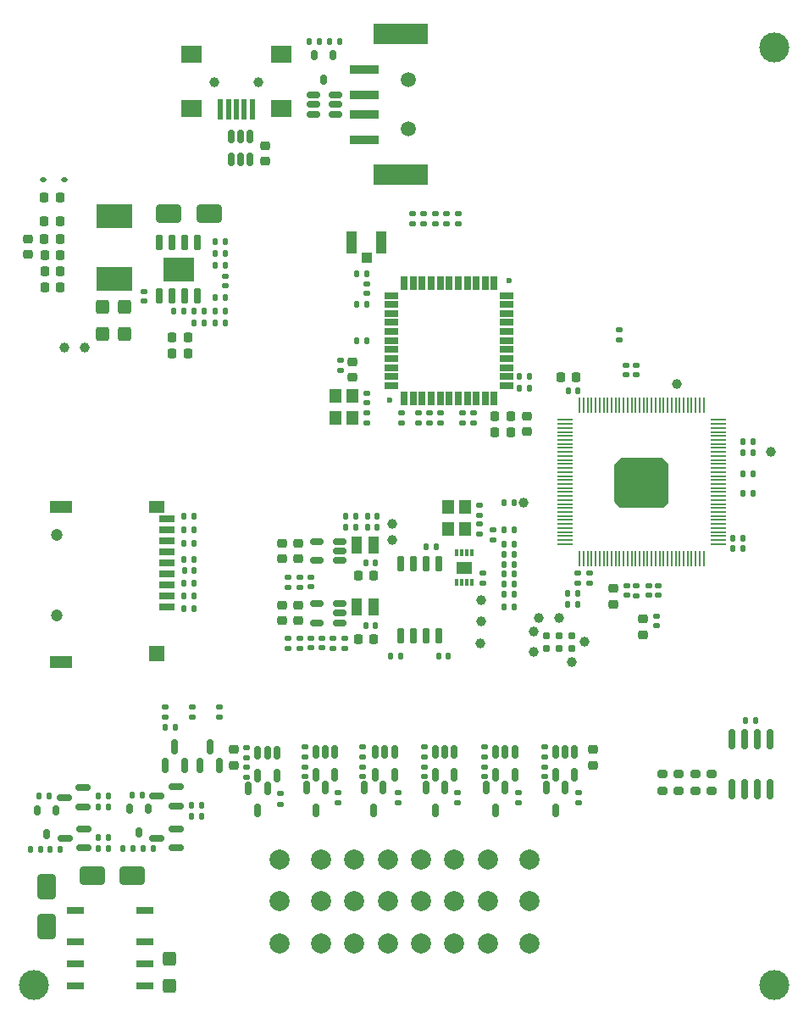
<source format=gbr>
%TF.GenerationSoftware,KiCad,Pcbnew,8.0.1*%
%TF.CreationDate,2024-03-23T09:32:29-06:00*%
%TF.ProjectId,underglow3,756e6465-7267-46c6-9f77-332e6b696361,rev?*%
%TF.SameCoordinates,Original*%
%TF.FileFunction,Soldermask,Top*%
%TF.FilePolarity,Negative*%
%FSLAX46Y46*%
G04 Gerber Fmt 4.6, Leading zero omitted, Abs format (unit mm)*
G04 Created by KiCad (PCBNEW 8.0.1) date 2024-03-23 09:32:29*
%MOMM*%
%LPD*%
G01*
G04 APERTURE LIST*
G04 Aperture macros list*
%AMRoundRect*
0 Rectangle with rounded corners*
0 $1 Rounding radius*
0 $2 $3 $4 $5 $6 $7 $8 $9 X,Y pos of 4 corners*
0 Add a 4 corners polygon primitive as box body*
4,1,4,$2,$3,$4,$5,$6,$7,$8,$9,$2,$3,0*
0 Add four circle primitives for the rounded corners*
1,1,$1+$1,$2,$3*
1,1,$1+$1,$4,$5*
1,1,$1+$1,$6,$7*
1,1,$1+$1,$8,$9*
0 Add four rect primitives between the rounded corners*
20,1,$1+$1,$2,$3,$4,$5,0*
20,1,$1+$1,$4,$5,$6,$7,0*
20,1,$1+$1,$6,$7,$8,$9,0*
20,1,$1+$1,$8,$9,$2,$3,0*%
G04 Aperture macros list end*
%ADD10C,1.000000*%
%ADD11C,1.200000*%
%ADD12R,1.600000X0.700000*%
%ADD13R,1.500000X1.200000*%
%ADD14R,2.200000X1.200000*%
%ADD15R,1.500000X1.600000*%
%ADD16RoundRect,0.135000X-0.135000X-0.185000X0.135000X-0.185000X0.135000X0.185000X-0.135000X0.185000X0*%
%ADD17C,1.500025*%
%ADD18R,3.000000X0.900000*%
%ADD19R,5.500000X2.050013*%
%ADD20RoundRect,0.140000X-0.140000X-0.170000X0.140000X-0.170000X0.140000X0.170000X-0.140000X0.170000X0*%
%ADD21RoundRect,0.150000X-0.150000X0.825000X-0.150000X-0.825000X0.150000X-0.825000X0.150000X0.825000X0*%
%ADD22RoundRect,0.135000X0.135000X0.185000X-0.135000X0.185000X-0.135000X-0.185000X0.135000X-0.185000X0*%
%ADD23RoundRect,0.150000X-0.150000X0.512500X-0.150000X-0.512500X0.150000X-0.512500X0.150000X0.512500X0*%
%ADD24RoundRect,0.140000X0.170000X-0.140000X0.170000X0.140000X-0.170000X0.140000X-0.170000X-0.140000X0*%
%ADD25RoundRect,0.250000X-0.650000X1.000000X-0.650000X-1.000000X0.650000X-1.000000X0.650000X1.000000X0*%
%ADD26RoundRect,0.225000X-0.250000X0.225000X-0.250000X-0.225000X0.250000X-0.225000X0.250000X0.225000X0*%
%ADD27RoundRect,0.150000X0.150000X-0.587500X0.150000X0.587500X-0.150000X0.587500X-0.150000X-0.587500X0*%
%ADD28RoundRect,0.150000X0.512500X0.150000X-0.512500X0.150000X-0.512500X-0.150000X0.512500X-0.150000X0*%
%ADD29RoundRect,0.135000X0.185000X-0.135000X0.185000X0.135000X-0.185000X0.135000X-0.185000X-0.135000X0*%
%ADD30RoundRect,0.140000X-0.170000X0.140000X-0.170000X-0.140000X0.170000X-0.140000X0.170000X0.140000X0*%
%ADD31RoundRect,0.218750X0.218750X0.256250X-0.218750X0.256250X-0.218750X-0.256250X0.218750X-0.256250X0*%
%ADD32RoundRect,0.135000X-0.185000X0.135000X-0.185000X-0.135000X0.185000X-0.135000X0.185000X0.135000X0*%
%ADD33RoundRect,0.140000X0.140000X0.170000X-0.140000X0.170000X-0.140000X-0.170000X0.140000X-0.170000X0*%
%ADD34RoundRect,0.200000X0.275000X-0.200000X0.275000X0.200000X-0.275000X0.200000X-0.275000X-0.200000X0*%
%ADD35RoundRect,0.150000X0.587500X0.150000X-0.587500X0.150000X-0.587500X-0.150000X0.587500X-0.150000X0*%
%ADD36RoundRect,0.225000X0.225000X0.250000X-0.225000X0.250000X-0.225000X-0.250000X0.225000X-0.250000X0*%
%ADD37RoundRect,0.062500X-0.675000X-0.062500X0.675000X-0.062500X0.675000X0.062500X-0.675000X0.062500X0*%
%ADD38RoundRect,0.062500X-0.062500X-0.675000X0.062500X-0.675000X0.062500X0.675000X-0.062500X0.675000X0*%
%ADD39RoundRect,0.381000X-0.762000X-0.381000X0.762000X-0.381000X0.762000X0.381000X-0.762000X0.381000X0*%
%ADD40RoundRect,0.225000X0.250000X-0.225000X0.250000X0.225000X-0.250000X0.225000X-0.250000X-0.225000X0*%
%ADD41RoundRect,0.218750X-0.218750X-0.256250X0.218750X-0.256250X0.218750X0.256250X-0.218750X0.256250X0*%
%ADD42C,3.000000*%
%ADD43RoundRect,0.225000X-0.225000X-0.250000X0.225000X-0.250000X0.225000X0.250000X-0.225000X0.250000X0*%
%ADD44RoundRect,0.175000X-0.175000X0.325000X-0.175000X-0.325000X0.175000X-0.325000X0.175000X0.325000X0*%
%ADD45RoundRect,0.150000X0.150000X-0.650000X0.150000X0.650000X-0.150000X0.650000X-0.150000X-0.650000X0*%
%ADD46R,3.100000X2.410000*%
%ADD47RoundRect,0.200000X-0.275000X0.200000X-0.275000X-0.200000X0.275000X-0.200000X0.275000X0.200000X0*%
%ADD48RoundRect,0.147500X-0.147500X-0.172500X0.147500X-0.172500X0.147500X0.172500X-0.147500X0.172500X0*%
%ADD49R,0.500000X2.000000*%
%ADD50R,2.000000X1.700000*%
%ADD51RoundRect,0.112500X-0.187500X-0.112500X0.187500X-0.112500X0.187500X0.112500X-0.187500X0.112500X0*%
%ADD52R,1.200000X1.400000*%
%ADD53RoundRect,0.250000X-1.000000X-0.650000X1.000000X-0.650000X1.000000X0.650000X-1.000000X0.650000X0*%
%ADD54R,1.800000X0.800000*%
%ADD55C,2.000000*%
%ADD56RoundRect,0.250000X-0.425000X0.450000X-0.425000X-0.450000X0.425000X-0.450000X0.425000X0.450000X0*%
%ADD57RoundRect,0.147500X-0.172500X0.147500X-0.172500X-0.147500X0.172500X-0.147500X0.172500X0.147500X0*%
%ADD58R,1.000000X1.050013*%
%ADD59R,1.050013X2.200000*%
%ADD60RoundRect,0.050000X-0.650000X-0.250000X0.650000X-0.250000X0.650000X0.250000X-0.650000X0.250000X0*%
%ADD61RoundRect,0.050000X0.250000X-0.650000X0.250000X0.650000X-0.250000X0.650000X-0.250000X-0.650000X0*%
%ADD62RoundRect,0.050000X0.650000X0.250000X-0.650000X0.250000X-0.650000X-0.250000X0.650000X-0.250000X0*%
%ADD63RoundRect,0.050000X-0.250000X0.650000X-0.250000X-0.650000X0.250000X-0.650000X0.250000X0.650000X0*%
%ADD64C,0.600000*%
%ADD65R,0.300000X0.750000*%
%ADD66R,1.500000X1.300000*%
%ADD67RoundRect,0.250000X0.425000X-0.450000X0.425000X0.450000X-0.425000X0.450000X-0.425000X-0.450000X0*%
%ADD68R,1.000000X1.720015*%
%ADD69C,0.990600*%
%ADD70C,0.787400*%
%ADD71RoundRect,0.150000X-0.150000X0.650000X-0.150000X-0.650000X0.150000X-0.650000X0.150000X0.650000X0*%
%ADD72R,3.620015X2.424003*%
G04 APERTURE END LIST*
D10*
%TO.C,TP202*%
X48900000Y48140000D03*
%TD*%
D11*
%TO.C,J203*%
X2263513Y44900026D03*
X2263513Y36900026D03*
D12*
X13263513Y37699873D03*
X13263513Y38799950D03*
X13263513Y39900026D03*
X13263513Y41000102D03*
X13263513Y42099924D03*
X13263513Y43200000D03*
X13263513Y44300077D03*
X13263513Y45399899D03*
X13263513Y46499975D03*
D13*
X12263513Y47700128D03*
D14*
X2663563Y47700128D03*
X2663563Y32200000D03*
D15*
X12263513Y33099924D03*
%TD*%
D10*
%TO.C,TP304*%
X35800000Y44400000D03*
%TD*%
%TO.C,TP303*%
X35800000Y46000000D03*
%TD*%
%TO.C,TP201*%
X64200000Y60000000D03*
%TD*%
D16*
%TO.C,R203*%
X35569798Y32800000D03*
X36589796Y32800000D03*
%TD*%
D17*
%TO.C,J302*%
X37375057Y85449911D03*
X37375057Y90350089D03*
D18*
X32975005Y84400127D03*
X32975006Y86900000D03*
X32975006Y88900000D03*
X32975005Y91399873D03*
D19*
X36624994Y80874854D03*
X36624994Y94925146D03*
%TD*%
D20*
%TO.C,C202*%
X40399795Y32800000D03*
X41359795Y32800000D03*
%TD*%
D16*
%TO.C,R428*%
X31145232Y45687519D03*
X32165230Y45687519D03*
%TD*%
D21*
%TO.C,U405*%
X73505000Y24475000D03*
X72235000Y24475000D03*
X70965000Y24475000D03*
X69695000Y24475000D03*
X69695000Y19525000D03*
X70965000Y19525000D03*
X72235000Y19525000D03*
X73505000Y19525000D03*
%TD*%
D22*
%TO.C,R330*%
X7421872Y13600627D03*
X6401874Y13600627D03*
%TD*%
D23*
%TO.C,Q309*%
X41030998Y19675000D03*
X39131000Y19675000D03*
X40080999Y17400000D03*
%TD*%
D24*
%TO.C,C402*%
X33200000Y58120000D03*
X33200000Y59080000D03*
%TD*%
D25*
%TO.C,D304*%
X1200000Y9800002D03*
X1200000Y5800000D03*
%TD*%
D26*
%TO.C,C213*%
X57900000Y39550051D03*
X57900000Y38000051D03*
%TD*%
D27*
%TO.C,Q312*%
X16588756Y21862500D03*
X18488756Y21862500D03*
X17538756Y23737501D03*
%TD*%
D28*
%TO.C,U403*%
X30537728Y36137524D03*
X30537728Y37087523D03*
X30537728Y38037522D03*
X28262728Y38037522D03*
X28262728Y36137524D03*
%TD*%
D29*
%TO.C,R419*%
X31000228Y33587522D03*
X31000228Y34607520D03*
%TD*%
D22*
%TO.C,C218*%
X47959794Y42992051D03*
X46939796Y42992051D03*
%TD*%
D20*
%TO.C,C205*%
X46969795Y45400051D03*
X47929795Y45400051D03*
%TD*%
D29*
%TO.C,R214*%
X54279975Y40090052D03*
X54279975Y41110050D03*
%TD*%
D30*
%TO.C,C319*%
X45011998Y21730000D03*
X45011998Y20770000D03*
%TD*%
D31*
%TO.C,L403*%
X47625000Y55200000D03*
X46049998Y55200000D03*
%TD*%
D29*
%TO.C,R455*%
X39509999Y56080002D03*
X39509999Y57100000D03*
%TD*%
D22*
%TO.C,R331*%
X7421873Y18800628D03*
X6401875Y18800628D03*
%TD*%
D30*
%TO.C,C211*%
X59200000Y39825051D03*
X59200000Y38865051D03*
%TD*%
D20*
%TO.C,C305*%
X18120000Y68649337D03*
X19080000Y68649337D03*
%TD*%
D29*
%TO.C,R453*%
X43909999Y56080002D03*
X43909999Y57100000D03*
%TD*%
D22*
%TO.C,R220*%
X15983536Y37550064D03*
X14963538Y37550064D03*
%TD*%
%TO.C,R315*%
X19109999Y73049337D03*
X18090001Y73049337D03*
%TD*%
D32*
%TO.C,R401*%
X41200000Y77019998D03*
X41200000Y76000000D03*
%TD*%
%TO.C,R207*%
X60200000Y39855050D03*
X60200000Y38835052D03*
%TD*%
D16*
%TO.C,R202*%
X14963538Y42450064D03*
X15983536Y42450064D03*
%TD*%
D10*
%TO.C,TP301*%
X3000000Y63596618D03*
%TD*%
D33*
%TO.C,C236*%
X54319975Y59300051D03*
X53359975Y59300051D03*
%TD*%
D20*
%TO.C,C201*%
X14993537Y41350064D03*
X15953537Y41350064D03*
%TD*%
D22*
%TO.C,R221*%
X15983536Y38820064D03*
X14963538Y38820064D03*
%TD*%
D34*
%TO.C,R311*%
X62800000Y19350000D03*
X62800000Y21000000D03*
%TD*%
D32*
%TO.C,R415*%
X25400228Y40709999D03*
X25400228Y39690001D03*
%TD*%
D26*
%TO.C,C416*%
X31800000Y62175000D03*
X31800000Y60625000D03*
%TD*%
D23*
%TO.C,U305*%
X48011996Y23207500D03*
X47061997Y23207500D03*
X46111998Y23207500D03*
X46111998Y20932500D03*
X48011996Y20932500D03*
%TD*%
D22*
%TO.C,R329*%
X7421873Y14650626D03*
X6401875Y14650626D03*
%TD*%
D30*
%TO.C,C413*%
X28754228Y34577521D03*
X28754228Y33617521D03*
%TD*%
D22*
%TO.C,R204*%
X15983536Y46750064D03*
X14963538Y46750064D03*
%TD*%
D30*
%TO.C,C321*%
X51013000Y21730000D03*
X51013000Y20770000D03*
%TD*%
D23*
%TO.C,U303*%
X21549999Y84737500D03*
X20600000Y84737500D03*
X19650001Y84737500D03*
X19650001Y82462500D03*
X20600000Y82462500D03*
X21549999Y82462500D03*
%TD*%
D35*
%TO.C,Q302*%
X14155003Y17850000D03*
X14155003Y19750000D03*
X12280002Y18800000D03*
%TD*%
D36*
%TO.C,C308*%
X2575000Y69649337D03*
X1025000Y69649337D03*
%TD*%
D24*
%TO.C,C215*%
X60149819Y60900052D03*
X60149819Y61860052D03*
%TD*%
D37*
%TO.C,U201*%
X53037500Y56400000D03*
X53037500Y56000000D03*
X53037500Y55600000D03*
X53037500Y55200000D03*
X53037500Y54800000D03*
X53037500Y54400000D03*
X53037500Y54000000D03*
X53037500Y53600000D03*
X53037500Y53200000D03*
X53037500Y52800000D03*
X53037500Y52400000D03*
X53037500Y52000000D03*
X53037500Y51600000D03*
X53037500Y51200000D03*
X53037500Y50800000D03*
X53037500Y50400000D03*
X53037500Y50000000D03*
X53037500Y49600000D03*
X53037500Y49200000D03*
X53037500Y48800000D03*
X53037500Y48400000D03*
X53037500Y48000000D03*
X53037500Y47600000D03*
X53037500Y47200000D03*
X53037500Y46800000D03*
X53037500Y46400000D03*
X53037500Y46000000D03*
X53037500Y45600000D03*
X53037500Y45200000D03*
X53037500Y44800000D03*
X53037500Y44400000D03*
X53037500Y44000000D03*
D38*
X54500000Y42537500D03*
X54900000Y42537500D03*
X55300000Y42537500D03*
X55700000Y42537500D03*
X56100000Y42537500D03*
X56500000Y42537500D03*
X56900000Y42537500D03*
X57300000Y42537500D03*
X57700000Y42537500D03*
X58100000Y42537500D03*
X58500000Y42537500D03*
X58900000Y42537500D03*
X59300000Y42537500D03*
X59700000Y42537500D03*
X60100000Y42537500D03*
X60500000Y42537500D03*
X60900000Y42537500D03*
X61300000Y42537500D03*
X61700000Y42537500D03*
X62100000Y42537500D03*
X62500000Y42537500D03*
X62900000Y42537500D03*
X63300000Y42537500D03*
X63700000Y42537500D03*
X64100000Y42537500D03*
X64500000Y42537500D03*
X64900000Y42537500D03*
X65300000Y42537500D03*
X65700000Y42537500D03*
X66100000Y42537500D03*
X66500000Y42537500D03*
X66900000Y42537500D03*
D37*
X68362500Y44000000D03*
X68362500Y44400000D03*
X68362500Y44800000D03*
X68362500Y45200000D03*
X68362500Y45600000D03*
X68362500Y46000000D03*
X68362500Y46400000D03*
X68362500Y46800000D03*
X68362500Y47200000D03*
X68362500Y47600000D03*
X68362500Y48000000D03*
X68362500Y48400000D03*
X68362500Y48800000D03*
X68362500Y49200000D03*
X68362500Y49600000D03*
X68362500Y50000000D03*
X68362500Y50400000D03*
X68362500Y50800000D03*
X68362500Y51200000D03*
X68362500Y51600000D03*
X68362500Y52000000D03*
X68362500Y52400000D03*
X68362500Y52800000D03*
X68362500Y53200000D03*
X68362500Y53600000D03*
X68362500Y54000000D03*
X68362500Y54400000D03*
X68362500Y54800000D03*
X68362500Y55200000D03*
X68362500Y55600000D03*
X68362500Y56000000D03*
X68362500Y56400000D03*
D38*
X66900000Y57862500D03*
X66500000Y57862500D03*
X66100000Y57862500D03*
X65700000Y57862500D03*
X65300000Y57862500D03*
X64900000Y57862500D03*
X64500000Y57862500D03*
X64100000Y57862500D03*
X63700000Y57862500D03*
X63300000Y57862500D03*
X62900000Y57862500D03*
X62500000Y57862500D03*
X62100000Y57862500D03*
X61700000Y57862500D03*
X61300000Y57862500D03*
X60900000Y57862500D03*
X60500000Y57862500D03*
X60100000Y57862500D03*
X59700000Y57862500D03*
X59300000Y57862500D03*
X58900000Y57862500D03*
X58500000Y57862500D03*
X58100000Y57862500D03*
X57700000Y57862500D03*
X57300000Y57862500D03*
X56900000Y57862500D03*
X56500000Y57862500D03*
X56100000Y57862500D03*
X55700000Y57862500D03*
X55300000Y57862500D03*
X54900000Y57862500D03*
X54500000Y57862500D03*
D39*
X60700000Y50200000D03*
%TD*%
D34*
%TO.C,R307*%
X66060000Y19350000D03*
X66060000Y21000000D03*
%TD*%
D32*
%TO.C,R436*%
X38980999Y23717499D03*
X38980999Y22697501D03*
%TD*%
D29*
%TO.C,R418*%
X29872228Y33587522D03*
X29872228Y34607520D03*
%TD*%
%TO.C,R411*%
X51013000Y22697501D03*
X51013000Y23717499D03*
%TD*%
D40*
%TO.C,C316*%
X55800000Y21925000D03*
X55800000Y23475000D03*
%TD*%
D26*
%TO.C,C409*%
X26400228Y37887522D03*
X26400228Y36337522D03*
%TD*%
D41*
%TO.C,FB302*%
X1012499Y76249337D03*
X2587501Y76249337D03*
%TD*%
D22*
%TO.C,R216*%
X71849793Y54200000D03*
X70829795Y54200000D03*
%TD*%
D42*
%TO.C,REF\u002A\u002A*%
X74000000Y0D03*
%TD*%
D10*
%TO.C,TP214*%
X44629795Y38400051D03*
%TD*%
D24*
%TO.C,C405*%
X27636228Y39720000D03*
X27636228Y40680000D03*
%TD*%
D43*
%TO.C,C415*%
X46050000Y56800000D03*
X47600000Y56800000D03*
%TD*%
D40*
%TO.C,C429*%
X49225000Y55225000D03*
X49225000Y56775000D03*
%TD*%
D22*
%TO.C,R320*%
X16700000Y17900001D03*
X15680002Y17900001D03*
%TD*%
D16*
%TO.C,R460*%
X32190001Y64325000D03*
X33209999Y64325000D03*
%TD*%
D44*
%TO.C,Q304*%
X11430002Y17600002D03*
X9530002Y17600002D03*
X10480002Y15200001D03*
%TD*%
D45*
%TO.C,U301*%
X12495001Y68799337D03*
X13765000Y68799337D03*
X15035000Y68799337D03*
X16304999Y68799337D03*
X16304999Y74099337D03*
X15035000Y74099337D03*
X13765000Y74099337D03*
X12495001Y74099337D03*
D46*
X14400000Y71449337D03*
%TD*%
D22*
%TO.C,R333*%
X1521873Y18800628D03*
X501875Y18800628D03*
%TD*%
D32*
%TO.C,R446*%
X13100000Y27692497D03*
X13100000Y26672499D03*
%TD*%
D26*
%TO.C,C228*%
X60850025Y36500051D03*
X60850025Y34950051D03*
%TD*%
D22*
%TO.C,R328*%
X2621872Y13500628D03*
X1601874Y13500628D03*
%TD*%
D44*
%TO.C,Q307*%
X29884593Y92800001D03*
X27984593Y92800001D03*
X28934593Y90400000D03*
%TD*%
D20*
%TO.C,C212*%
X70849795Y51000000D03*
X71809795Y51000000D03*
%TD*%
D32*
%TO.C,R301*%
X42330999Y19179999D03*
X42330999Y18160001D03*
%TD*%
D42*
%TO.C,REF\u002A\u002A*%
X0Y0D03*
%TD*%
D16*
%TO.C,R217*%
X46939796Y37700051D03*
X47959794Y37700051D03*
%TD*%
D26*
%TO.C,C408*%
X24800228Y37887522D03*
X24800228Y36337522D03*
%TD*%
D47*
%TO.C,R312*%
X64430000Y21000000D03*
X64430000Y19350000D03*
%TD*%
D32*
%TO.C,R327*%
X18488756Y27692497D03*
X18488756Y26672499D03*
%TD*%
D48*
%TO.C,D409*%
X33315000Y45638850D03*
X34285000Y45638850D03*
%TD*%
D10*
%TO.C,J404*%
X22400000Y90100000D03*
X18000000Y90100000D03*
D49*
X21800000Y87400000D03*
X21000000Y87400000D03*
X20200000Y87400000D03*
X19400000Y87400000D03*
X18600000Y87400000D03*
D50*
X24650000Y87500000D03*
X24650000Y92950000D03*
X15750000Y87500000D03*
X15750000Y92950000D03*
%TD*%
D51*
%TO.C,D405*%
X900000Y80400000D03*
X3000000Y80400000D03*
%TD*%
D43*
%TO.C,C303*%
X13800000Y63049337D03*
X15350000Y63049337D03*
%TD*%
D24*
%TO.C,C204*%
X44529795Y46900051D03*
X44529795Y47860051D03*
%TD*%
D52*
%TO.C,Y201*%
X41379795Y47700051D03*
X41379795Y45500051D03*
X43079795Y45500051D03*
X43079795Y47700051D03*
%TD*%
D22*
%TO.C,R201*%
X15983536Y45400064D03*
X14963538Y45400064D03*
%TD*%
D32*
%TO.C,R435*%
X45011998Y23717499D03*
X45011998Y22697501D03*
%TD*%
D29*
%TO.C,R454*%
X38409999Y56080002D03*
X38409999Y57100000D03*
%TD*%
D22*
%TO.C,R322*%
X10790001Y18900001D03*
X9770003Y18900001D03*
%TD*%
D16*
%TO.C,R323*%
X8880002Y13600000D03*
X9900000Y13600000D03*
%TD*%
D30*
%TO.C,C323*%
X21250001Y21692500D03*
X21250001Y20732500D03*
%TD*%
D27*
%TO.C,Q308*%
X13100000Y21862500D03*
X15000000Y21862500D03*
X14050000Y23737501D03*
%TD*%
D52*
%TO.C,Y401*%
X30080000Y58800000D03*
X30080000Y56600000D03*
X31780000Y56600000D03*
X31780000Y58800000D03*
%TD*%
D22*
%TO.C,R222*%
X15983536Y40050064D03*
X14963538Y40050064D03*
%TD*%
D53*
%TO.C,D305*%
X5799998Y10900000D03*
X9800000Y10900000D03*
%TD*%
D29*
%TO.C,R452*%
X42809999Y56080002D03*
X42809999Y57100000D03*
%TD*%
D47*
%TO.C,R308*%
X67690001Y21000000D03*
X67690001Y19350000D03*
%TD*%
D54*
%TO.C,K301*%
X4077500Y7450000D03*
X4077500Y4250000D03*
X4077500Y2050000D03*
X4077500Y-150000D03*
X11077500Y-150000D03*
X11077500Y2050000D03*
X11077500Y4250000D03*
X11077500Y7450000D03*
%TD*%
D55*
%TO.C,J301*%
X49475000Y12500000D03*
X45325000Y12500000D03*
X41995000Y12500000D03*
X38665000Y12500000D03*
X35335000Y12500000D03*
X32005000Y12500000D03*
X28675000Y12500000D03*
X24525000Y12500000D03*
X49475000Y8300000D03*
X45325000Y8300000D03*
X41995000Y8300000D03*
X38665000Y8300000D03*
X35335000Y8300000D03*
X32005000Y8300000D03*
X28675000Y8300000D03*
X24525000Y8300000D03*
X49475000Y4100000D03*
X45325000Y4100000D03*
X41995000Y4100000D03*
X38665000Y4100000D03*
X35335000Y4100000D03*
X32005000Y4100000D03*
X28675000Y4100000D03*
X24525000Y4100000D03*
%TD*%
D16*
%TO.C,R206*%
X39129796Y43705051D03*
X40149794Y43705051D03*
%TD*%
D56*
%TO.C,C314*%
X6799999Y67700000D03*
X6799999Y65000000D03*
%TD*%
D30*
%TO.C,C235*%
X62400000Y39825051D03*
X62400000Y38865051D03*
%TD*%
D29*
%TO.C,R461*%
X30600000Y61335002D03*
X30600000Y62355000D03*
%TD*%
D30*
%TO.C,C231*%
X61400000Y39825051D03*
X61400000Y38865051D03*
%TD*%
D57*
%TO.C,L405*%
X33200000Y70000000D03*
X33200000Y69030000D03*
%TD*%
D22*
%TO.C,C219*%
X47959794Y41990051D03*
X46939796Y41990051D03*
%TD*%
D16*
%TO.C,C301*%
X16000000Y67249338D03*
X17019998Y67249338D03*
%TD*%
D22*
%TO.C,R210*%
X47959794Y40988051D03*
X46939796Y40988051D03*
%TD*%
D23*
%TO.C,Q311*%
X53062999Y19675000D03*
X51163001Y19675000D03*
X52113000Y17400000D03*
%TD*%
D16*
%TO.C,R313*%
X18090001Y71849337D03*
X19109999Y71849337D03*
%TD*%
D35*
%TO.C,Q305*%
X4975001Y13650000D03*
X4975001Y15550000D03*
X3100000Y14600000D03*
%TD*%
D30*
%TO.C,C414*%
X33200000Y57070001D03*
X33200000Y56110001D03*
%TD*%
D24*
%TO.C,C304*%
X11000000Y68279337D03*
X11000000Y69239337D03*
%TD*%
D36*
%TO.C,C412*%
X33950000Y34500000D03*
X32400000Y34500000D03*
%TD*%
D29*
%TO.C,R404*%
X37800000Y76000000D03*
X37800000Y77019998D03*
%TD*%
D32*
%TO.C,R417*%
X25400228Y34607520D03*
X25400228Y33587522D03*
%TD*%
D23*
%TO.C,U304*%
X41980997Y23207500D03*
X41030998Y23207500D03*
X40080999Y23207500D03*
X40080999Y20932500D03*
X41980997Y20932500D03*
%TD*%
D22*
%TO.C,C217*%
X47959794Y44000051D03*
X46939796Y44000051D03*
%TD*%
D10*
%TO.C,TP219*%
X73600000Y53200000D03*
%TD*%
D23*
%TO.C,Q320*%
X29094000Y19675000D03*
X27194002Y19675000D03*
X28144001Y17400000D03*
%TD*%
%TO.C,U306*%
X54012998Y23207500D03*
X53062999Y23207500D03*
X52113000Y23207500D03*
X52113000Y20932500D03*
X54012998Y20932500D03*
%TD*%
D10*
%TO.C,TP213*%
X44629795Y36300051D03*
%TD*%
D20*
%TO.C,C222*%
X70849795Y49100051D03*
X71809795Y49100051D03*
%TD*%
D16*
%TO.C,R303*%
X29535001Y94200000D03*
X30554999Y94200000D03*
%TD*%
D58*
%TO.C,ANT401*%
X33200000Y72637490D03*
D59*
X34674981Y74162510D03*
X31725019Y74162510D03*
%TD*%
D36*
%TO.C,C407*%
X33950000Y40857501D03*
X32400000Y40857501D03*
%TD*%
D22*
%TO.C,R457*%
X49509999Y60725000D03*
X48490001Y60725000D03*
%TD*%
D23*
%TO.C,Q310*%
X47061997Y19675000D03*
X45161999Y19675000D03*
X46111998Y17400000D03*
%TD*%
D60*
%TO.C,U401*%
X35697170Y68825000D03*
X35697170Y67925000D03*
X35697170Y67025000D03*
X35697170Y66125000D03*
X35697170Y65225000D03*
X35697170Y64325000D03*
X35697170Y63425000D03*
X35697170Y62525000D03*
X35697170Y61625000D03*
X35697170Y60725000D03*
X35697170Y59825000D03*
D61*
X36972170Y58550000D03*
X37872170Y58550000D03*
X38772170Y58550000D03*
X39672170Y58550000D03*
X40572170Y58550000D03*
X41472170Y58550000D03*
X42372170Y58550000D03*
X43272170Y58550000D03*
X44172170Y58550000D03*
X45072170Y58550000D03*
X45972170Y58550000D03*
D62*
X47247170Y59825000D03*
X47247170Y60725000D03*
X47247170Y61625000D03*
X47247170Y62525000D03*
X47247170Y63425000D03*
X47247170Y64325000D03*
X47247170Y65225000D03*
X47247170Y66125000D03*
X47247170Y67025000D03*
X47247170Y67925000D03*
X47247170Y68825000D03*
D63*
X45972170Y70100000D03*
X45072170Y70100000D03*
X44172170Y70100000D03*
X43272170Y70100000D03*
X42372170Y70100000D03*
X41472170Y70100000D03*
X40572170Y70100000D03*
X39672170Y70100000D03*
X38772170Y70100000D03*
X37872170Y70100000D03*
X36972170Y70100000D03*
D64*
X35503170Y58356000D03*
X47441170Y70294000D03*
%TD*%
D26*
%TO.C,C404*%
X26400228Y44087519D03*
X26400228Y42537519D03*
%TD*%
D33*
%TO.C,C232*%
X47929795Y48140000D03*
X46969795Y48140000D03*
%TD*%
D10*
%TO.C,TP*%
X53700000Y32200000D03*
%TD*%
D16*
%TO.C,R309*%
X18090001Y67249337D03*
X19109999Y67249337D03*
%TD*%
D36*
%TO.C,C309*%
X2575000Y71249337D03*
X1025000Y71249337D03*
%TD*%
D30*
%TO.C,C325*%
X27044001Y21730000D03*
X27044001Y20770000D03*
%TD*%
D32*
%TO.C,R213*%
X55500000Y41110050D03*
X55500000Y40090052D03*
%TD*%
%TO.C,R402*%
X40066666Y77019998D03*
X40066666Y76000000D03*
%TD*%
%TO.C,R403*%
X38933333Y77019998D03*
X38933333Y76000000D03*
%TD*%
D22*
%TO.C,R310*%
X19109999Y66049337D03*
X18090001Y66049337D03*
%TD*%
D29*
%TO.C,R430*%
X32800000Y22697501D03*
X32800000Y23717499D03*
%TD*%
D23*
%TO.C,Q319*%
X23300000Y19637500D03*
X21400002Y19637500D03*
X22350001Y17362500D03*
%TD*%
%TO.C,U307*%
X24249999Y23170000D03*
X23300000Y23170000D03*
X22350001Y23170000D03*
X22350001Y20895000D03*
X24249999Y20895000D03*
%TD*%
D29*
%TO.C,R205*%
X45849795Y44380053D03*
X45849795Y45400051D03*
%TD*%
D26*
%TO.C,C311*%
X-600000Y74500000D03*
X-600000Y72950000D03*
%TD*%
D22*
%TO.C,R324*%
X11890001Y13600001D03*
X10870003Y13600001D03*
%TD*%
D65*
%TO.C,U203*%
X43729795Y43100000D03*
X43229795Y43100000D03*
X42729795Y43100000D03*
X42229795Y43100000D03*
X42229795Y40200000D03*
X42729795Y40200000D03*
X43229795Y40200000D03*
X43729795Y40200000D03*
D66*
X42979795Y41650000D03*
%TD*%
D67*
%TO.C,C315*%
X13465910Y-143410D03*
X13465910Y2556590D03*
%TD*%
D22*
%TO.C,R211*%
X54329975Y39100051D03*
X53309977Y39100051D03*
%TD*%
D29*
%TO.C,R414*%
X26518228Y39690001D03*
X26518228Y40709999D03*
%TD*%
D53*
%TO.C,D306*%
X13445001Y77040017D03*
X17445003Y77040017D03*
%TD*%
D48*
%TO.C,D408*%
X33315000Y46751331D03*
X34285000Y46751331D03*
%TD*%
D16*
%TO.C,C233*%
X70829795Y53100051D03*
X71849793Y53100051D03*
%TD*%
D30*
%TO.C,C327*%
X32800000Y21730000D03*
X32800000Y20770000D03*
%TD*%
D26*
%TO.C,C403*%
X24800228Y44087519D03*
X24800228Y42537519D03*
%TD*%
D28*
%TO.C,U402*%
X30537728Y42337520D03*
X30537728Y43287519D03*
X30537728Y44237518D03*
X28262728Y44237518D03*
X28262728Y42337520D03*
%TD*%
D29*
%TO.C,R434*%
X27044001Y22697501D03*
X27044001Y23717499D03*
%TD*%
D44*
%TO.C,Q301*%
X2161873Y17400628D03*
X261873Y17400628D03*
X1211873Y15000627D03*
%TD*%
D32*
%TO.C,R317*%
X24600000Y19052498D03*
X24600000Y18032500D03*
%TD*%
D40*
%TO.C,C312*%
X23100000Y82225000D03*
X23100000Y83775000D03*
%TD*%
D29*
%TO.C,R408*%
X21250001Y22660001D03*
X21250001Y23679999D03*
%TD*%
D20*
%TO.C,C220*%
X69829795Y43600051D03*
X70789795Y43600051D03*
%TD*%
D16*
%TO.C,C230*%
X46939796Y39986051D03*
X47959794Y39986051D03*
%TD*%
D30*
%TO.C,C203*%
X44529795Y46000051D03*
X44529795Y45040051D03*
%TD*%
D68*
%TO.C,L401*%
X32200228Y43887522D03*
X33900000Y43887522D03*
%TD*%
D32*
%TO.C,R223*%
X58500000Y65409999D03*
X58500000Y64390001D03*
%TD*%
D69*
%TO.C,J202*%
X54999795Y34235000D03*
X49919795Y33219000D03*
X49919795Y35251000D03*
D70*
X53729795Y34870000D03*
X53729795Y33600000D03*
X52459795Y34870000D03*
X52459795Y33600000D03*
X51189795Y34870000D03*
X51189795Y33600000D03*
%TD*%
D20*
%TO.C,C426*%
X71120000Y26400000D03*
X72080000Y26400000D03*
%TD*%
D10*
%TO.C,TP215*%
X52429795Y36600051D03*
%TD*%
D43*
%TO.C,C302*%
X13800000Y64649337D03*
X15350000Y64649337D03*
%TD*%
D71*
%TO.C,U202*%
X40399795Y42000051D03*
X39129795Y42000051D03*
X37859795Y42000051D03*
X36589795Y42000051D03*
X36589795Y34800051D03*
X37859795Y34800051D03*
X39129795Y34800051D03*
X40399795Y34800051D03*
%TD*%
D35*
%TO.C,Q306*%
X4886874Y17750628D03*
X4886874Y19650628D03*
X3011873Y18700628D03*
%TD*%
D16*
%TO.C,R427*%
X31145231Y46800000D03*
X32165231Y46800000D03*
%TD*%
D72*
%TO.C,L301*%
X8000000Y76728016D03*
X8000000Y70471984D03*
%TD*%
D22*
%TO.C,R314*%
X19109999Y74249337D03*
X18090001Y74249337D03*
%TD*%
D41*
%TO.C,FB403*%
X1012499Y78600000D03*
X2587501Y78600000D03*
%TD*%
D36*
%TO.C,C237*%
X54149975Y60652536D03*
X52599975Y60652536D03*
%TD*%
D16*
%TO.C,R304*%
X13890001Y67249337D03*
X14909999Y67249337D03*
%TD*%
%TO.C,R458*%
X48490001Y59600000D03*
X49509999Y59600000D03*
%TD*%
D22*
%TO.C,R321*%
X16709999Y16800001D03*
X15690001Y16800001D03*
%TD*%
D30*
%TO.C,C306*%
X19080000Y70729337D03*
X19080000Y69769337D03*
%TD*%
D22*
%TO.C,R334*%
X28464998Y94200000D03*
X27445000Y94200000D03*
%TD*%
D40*
%TO.C,C318*%
X19925000Y21925000D03*
X19925000Y23475000D03*
%TD*%
D32*
%TO.C,R326*%
X15794378Y27692497D03*
X15794378Y26672499D03*
%TD*%
D20*
%TO.C,C221*%
X69849795Y44609950D03*
X70809795Y44609950D03*
%TD*%
D29*
%TO.C,R450*%
X36700000Y56080002D03*
X36700000Y57100000D03*
%TD*%
D30*
%TO.C,C317*%
X38980999Y21730000D03*
X38980999Y20770000D03*
%TD*%
D29*
%TO.C,R451*%
X40609999Y56080002D03*
X40609999Y57100000D03*
%TD*%
D35*
%TO.C,Q303*%
X14155003Y13650001D03*
X14155003Y15550001D03*
X12280002Y14600001D03*
%TD*%
D20*
%TO.C,C227*%
X53339976Y38000051D03*
X54299976Y38000051D03*
%TD*%
D29*
%TO.C,R416*%
X26518228Y33587522D03*
X26518228Y34607520D03*
%TD*%
D68*
%TO.C,L402*%
X32200228Y37687522D03*
X33900000Y37687522D03*
%TD*%
D22*
%TO.C,R332*%
X7421872Y17700628D03*
X6401874Y17700628D03*
%TD*%
D56*
%TO.C,C313*%
X9000000Y67700000D03*
X9000000Y65000000D03*
%TD*%
D32*
%TO.C,R302*%
X48361998Y19179999D03*
X48361998Y18160001D03*
%TD*%
D16*
%TO.C,R306*%
X-398125Y13500628D03*
X621873Y13500628D03*
%TD*%
D10*
%TO.C,TP216*%
X50429795Y36600051D03*
%TD*%
D23*
%TO.C,U308*%
X30043999Y23207500D03*
X29094000Y23207500D03*
X28144001Y23207500D03*
X28144001Y20932500D03*
X30043999Y20932500D03*
%TD*%
D16*
%TO.C,R218*%
X46939796Y38950000D03*
X47959794Y38950000D03*
%TD*%
%TO.C,R305*%
X15999999Y66049337D03*
X17019997Y66049337D03*
%TD*%
D10*
%TO.C,TP*%
X44600000Y34100000D03*
%TD*%
D23*
%TO.C,Q321*%
X34849999Y19675000D03*
X32950001Y19675000D03*
X33900000Y17400000D03*
%TD*%
D31*
%TO.C,L302*%
X2562501Y74449337D03*
X987499Y74449337D03*
%TD*%
D10*
%TO.C,TP302*%
X5000000Y63596618D03*
%TD*%
D32*
%TO.C,R456*%
X42400000Y77019998D03*
X42400000Y76000000D03*
%TD*%
D22*
%TO.C,C428*%
X33200000Y71005001D03*
X32180002Y71005001D03*
%TD*%
D32*
%TO.C,R319*%
X36350001Y19179999D03*
X36350001Y18160001D03*
%TD*%
D22*
%TO.C,C427*%
X33200000Y67925000D03*
X32180002Y67925000D03*
%TD*%
D16*
%TO.C,R325*%
X13100000Y25672499D03*
X14119998Y25672499D03*
%TD*%
D24*
%TO.C,C234*%
X44804795Y40105000D03*
X44804795Y41065000D03*
%TD*%
D22*
%TO.C,R219*%
X15983536Y44050064D03*
X14963538Y44050064D03*
%TD*%
D33*
%TO.C,C406*%
X34120000Y42087519D03*
X33160000Y42087519D03*
%TD*%
D23*
%TO.C,U309*%
X35999999Y23207500D03*
X35050000Y23207500D03*
X34100001Y23207500D03*
X34100001Y20932500D03*
X35999999Y20932500D03*
%TD*%
D36*
%TO.C,C310*%
X2574999Y72849337D03*
X1024999Y72849337D03*
%TD*%
D28*
%TO.C,U302*%
X30136244Y86950001D03*
X30136244Y87900000D03*
X30136244Y88849999D03*
X27861244Y88849999D03*
X27861244Y87900000D03*
X27861244Y86950001D03*
%TD*%
D33*
%TO.C,C411*%
X34120000Y35887522D03*
X33160000Y35887522D03*
%TD*%
D32*
%TO.C,R316*%
X54363000Y19179999D03*
X54363000Y18160001D03*
%TD*%
D24*
%TO.C,C214*%
X59129795Y60900051D03*
X59129795Y61860051D03*
%TD*%
D32*
%TO.C,R318*%
X30394001Y19179999D03*
X30394001Y18160001D03*
%TD*%
D30*
%TO.C,C229*%
X62150025Y36775051D03*
X62150025Y35815051D03*
%TD*%
D24*
%TO.C,C410*%
X27636228Y33617521D03*
X27636228Y34577521D03*
%TD*%
D42*
%TO.C,REF\u002A\u002A*%
X74000000Y93600000D03*
%TD*%
G36*
X62815677Y52580315D02*
G01*
X62836319Y52563681D01*
X63363681Y52036319D01*
X63397166Y51974996D01*
X63400000Y51948638D01*
X63400000Y48251362D01*
X63380315Y48184323D01*
X63363681Y48163681D01*
X62836319Y47636319D01*
X62774996Y47602834D01*
X62748638Y47600000D01*
X58651362Y47600000D01*
X58584323Y47619685D01*
X58563681Y47636319D01*
X58036319Y48163681D01*
X58002834Y48225004D01*
X58000000Y48251362D01*
X58000000Y51948638D01*
X58019685Y52015677D01*
X58036319Y52036319D01*
X58563681Y52563681D01*
X58625004Y52597166D01*
X58651362Y52600000D01*
X62748638Y52600000D01*
X62815677Y52580315D01*
G37*
M02*

</source>
